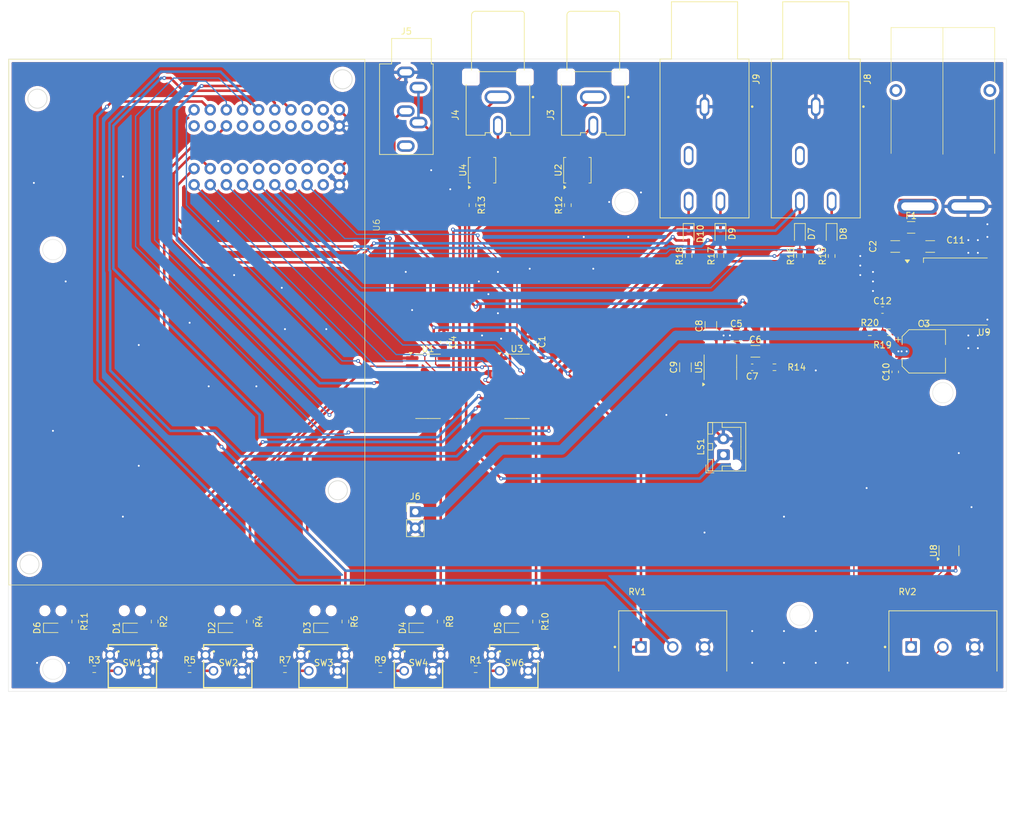
<source format=kicad_pcb>
(kicad_pcb (version 20241229) (generator "pcbnew") (generator_version "9.0")
  (layers (0 "F.Cu" signal) (2 "B.Cu" signal) (13 "F.Paste" user) (15 "B.Paste" user) (5 "F.SilkS" user "F.Silkscreen") (7 "B.SilkS" user "B.Silkscreen") (1 "F.Mask" user) (3 "B.Mask" user) (25 "Edge.Cuts" user))
  (net 0 "")
  (net 1 "GND")
  (net 2 "+3V3")
  (net 3 "VDC")
  (net 4 "+5V")
  (net 5 "Net-(C6-Pad2)")
  (net 6 "Net-(C6-Pad1)")
  (net 7 "Net-(C7-Pad1)")
  (net 8 "Net-(U5-BYPASS)")
  (net 9 "Net-(C9-Pad2)")
  (net 10 "Net-(C9-Pad1)")
  (net 11 "Net-(D1-A)")
  (net 12 "/KEY1_DRIVE")
  (net 13 "/KEY1_T_MPU")
  (net 14 "/KEY1_R_MPU")
  (net 15 "Net-(D8-K)")
  (net 16 "Net-(D9-K)")
  (net 17 "/KEY2_R_MPU")
  (net 18 "/KEY2_T_MPU")
  (net 19 "/KEY2_DRIVE")
  (net 20 "/BT2")
  (net 21 "/BT3")
  (net 22 "/BT4")
  (net 23 "/BT5")
  (net 24 "/BT1")
  (net 25 "/LED_MPU_1")
  (net 26 "/LED_MPU_2")
  (net 27 "/LED_MPU_4")
  (net 28 "/LED_MPU_3")
  (net 29 "/LED3")
  (net 30 "/LED2")
  (net 32 "/LED1")
  (net 33 "/KEY1_DRIVE_MPU")
  (net 35 "/LED4")
  (net 36 "Net-(R12-Pad2)")
  (net 37 "Net-(J3-In)")
  (net 38 "Net-(J3-Ext)")
  (net 39 "/KEY2_DRIVE_MPU")
  (net 40 "/KEY_OUT")
  (net 41 "/LED_MPU_6")
  (net 42 "/KEY_MPU")
  (net 43 "/PTT_MPU")
  (net 45 "/LED6")
  (net 46 "/LED_MPU_5")
  (net 48 "/LED5")
  (net 49 "Net-(J4-Ext)")
  (net 50 "Net-(R13-Pad1)")
  (net 51 "Net-(J4-In)")
  (net 52 "/KB2")
  (net 53 "/AUDIO")
  (net 54 "/AUDIO_BUFF")
  (net 55 "Net-(D2-A)")
  (net 56 "Net-(D3-A)")
  (net 57 "Net-(D4-A)")
  (net 58 "Net-(D5-A)")
  (net 59 "Net-(D6-A)")
  (net 60 "/PTT_OUT")
  (net 62 "/KB1")
  (net 66 "/KEY1_POL")
  (net 74 "/KEY2_POL")
  (net 85 "Net-(J5-PadRN)")
  (net 86 "Net-(U9-SS{slash}TRK)")
  (net 87 "Net-(U9-FB)")
  (net 89 "Net-(J1-Pin_1)")
  (footprint "Capacitor_SMD:C_0603_1608Metric" (layer "F.Cu") (at 155.5 94.5)
    (property "Reference" "C12")
    (property "Value" "50n")
  )
  (footprint "LED_SMD:LED_0603_1608Metric" (layer "F.Cu") (at 25 144.5)
    (property "Reference" "D6")
    (property "Value" "LED_Small")
  )
  (footprint "Resistor_SMD:R_0603_1608Metric" (layer "F.Cu") (at 147.5 86 90)
    (property "Reference" "R15")
    (property "Value" "10k")
  )
  (footprint "Resistor_SMD:R_0603_1608Metric" (layer "F.Cu") (at 46.5 151)
    (property "Reference" "R5")
    (property "Value" "10k")
  )
  (footprint "Resistor_SMD:R_0603_1608Metric" (layer "F.Cu") (at 130 86 90)
    (property "Reference" "R17")
    (property "Value" "10k")
  )
  (footprint "Keyer:4312560837X6" (layer "F.Cu") (at 67.5 150)
    (property "Reference" "SW3")
    (property "Value" "SW_Push_Shielded")
  )
  (footprint "Capacitor_SMD:CP_Elec_6.3x7.7" (layer "F.Cu") (at 162 101)
    (property "Reference" "C3")
    (property "Value" "220u")
  )
  (footprint "Package_TO_SOT_SMD:SOT-23-5" (layer "F.Cu") (at 165.95 132.3625 90)
    (property "Reference" "U8")
    (property "Value" "TLV2371DBV")
  )
  (footprint "LED_SMD:LED_0603_1608Metric" (layer "F.Cu") (at 67.5 144.5)
    (property "Reference" "D3")
    (property "Value" "LED_Small")
  )
  (footprint "Package_SO:SOP-4_3.8x4.1mm_P2.54mm" (layer "F.Cu") (at 92.5 72.5 90)
    (property "Reference" "U4")
    (property "Value" "CPC1014N")
  )
  (footprint "Capacitor_SMD:C_0603_1608Metric" (layer "F.Cu") (at 157.5 104.225 90)
    (property "Reference" "C10")
    (property "Value" "47n")
  )
  (footprint "Resistor_SMD:R_0603_1608Metric" (layer "F.Cu") (at 156.5 98 180)
    (property "Reference" "R19")
    (property "Value" "5.4k")
  )
  (footprint "Resistor_SMD:R_0603_1608Metric" (layer "F.Cu") (at 86 143.5 -90)
    (property "Reference" "R8")
    (property "Value" "1k")
  )
  (footprint "Resistor_SMD:R_0603_1608Metric" (layer "F.Cu") (at 56 143.5 -90)
    (property "Reference" "R4")
    (property "Value" "1k")
  )
  (footprint "Keyer:SimpleSBC" (layer "F.Cu") (at 76.41 80.78 90)
    (property "Reference" "U6")
    (property "Value" "~")
    (fp_circle (center -53.72 -55.1) (end -53.72 -56.6) (stroke (width 0.1)) (fill no) (layer "Edge.Cuts"))
    (fp_circle (center 19.53 -53.85) (end 19.53 -55.35) (stroke (width 0.1)) (fill no) (layer "Edge.Cuts"))
    (fp_circle (center -42.07 -6.6) (end -42.07 -8.1) (stroke (width 0.1)) (fill no) (layer "Edge.Cuts"))
    (fp_circle (center 22.582 -5.842) (end 22.582 -7.342) (stroke (width 0.1)) (fill no) (layer "Edge.Cuts"))
  )
  (footprint "Resistor_SMD:R_0603_1608Metric" (layer "F.Cu") (at 91 78 -90)
    (property "Reference" "R13")
    (property "Value" "1k")
  )
  (footprint "Keyer:POT_PTN16-A01120K1B1" (layer "F.Cu") (at 117.5 147.5)
    (property "Reference" "RV1")
    (property "Value" "R_Potentiometer_US")
  )
  (footprint "Keyer:SLP3-500-450-R" (layer "F.Cu") (at 37.5 144.5)
    (property "Reference" "LP1" (hide yes))
    (property "Value" "~")
  )
  (footprint "Keyer:POT_PTN16-A01120K1B1" (layer "F.Cu") (at 160 147.5)
    (property "Reference" "RV2")
    (property "Value" "R_Potentiometer_US")
  )
  (footprint "Keyer:CUI_RCJ-041" (layer "F.Cu") (at 95 57 90)
    (property "Reference" "J4")
    (property "Value" "Conn_Coaxial")
    (fp_line (start 0 -5.15) (end -1.7 -5.15) (stroke (width 0.01)) (layer "Edge.Cuts"))
    (fp_line (start -1.7 -5.15) (end -1.7 -3.35) (stroke (width 0.01)) (layer "Edge.Cuts"))
    (fp_line (start 0 -3.35) (end 0 -5.15) (stroke (width 0.01)) (layer "Edge.Cuts"))
    (fp_line (start -1.7 -3.35) (end 0 -3.35) (stroke (width 0.01)) (layer "Edge.Cuts"))
    (fp_line (start 0 3.35) (end -1.7 3.35) (stroke (width 0.01)) (layer "Edge.Cuts"))
    (fp_line (start -1.7 3.35) (end -1.7 5.15) (stroke (width 0.01)) (layer "Edge.Cuts"))
    (fp_line (start 0 5.15) (end 0 3.35) (stroke (width 0.01)) (layer "Edge.Cuts"))
    (fp_line (start -1.7 5.15) (end 0 5.15) (stroke (width 0.01)) (layer "Edge.Cuts"))
  )
  (footprint "Resistor_SMD:R_0603_1608Metric" (layer "F.Cu") (at 125 86 90)
    (property "Reference" "R18")
    (property "Value" "10k")
  )
  (footprint "Package_SO:SOP-16_3.9x9.9mm_P1.27mm" (layer "F.Cu") (at 84 106.5)
    (property "Reference" "U1")
    (property "Value" "74LS367")
  )
  (footprint "Keyer:SJ-63063B" (layer "F.Cu") (at 145 62.5 -90)
    (property "Reference" "J8")
    (property "Value" "AudioJack3_SwitchT")
  )
  (footprint "Diode_SMD:D_SOD-323" (layer "F.Cu") (at 125 82.5 -90)
    (property "Reference" "D10")
    (property "Value" "D_Small")
  )
  (footprint "Resistor_SMD:R_0603_1608Metric" (layer "F.Cu") (at 71 143.5 -90)
    (property "Reference" "R6")
    (property "Value" "1k")
  )
  (footprint "Capacitor_SMD:C_0603_1608Metric" (layer "F.Cu") (at 100.5 99.5 -90)
    (property "Reference" "C1")
    (property "Value" "100n")
  )
  (footprint "Resistor_SMD:R_0603_1608Metric" (layer "F.Cu") (at 31.5 151)
    (property "Reference" "R3")
    (property "Value" "10k")
  )
  (footprint "Capacitor_SMD:C_1206_3216Metric" (layer "F.Cu") (at 128.5 97 90)
    (property "Reference" "C8")
    (property "Value" "10u")
  )
  (footprint "Resistor_SMD:R_0603_1608Metric" (layer "F.Cu") (at 142.5 86 90)
    (property "Reference" "R16")
    (property "Value" "10k")
  )
  (footprint "Keyer:4312560837X6" (layer "F.Cu") (at 82.5 150)
    (property "Reference" "SW4")
    (property "Value" "SW_Push_Shielded")
  )
  (footprint "Resistor_SMD:R_0603_1608Metric" (layer "F.Cu") (at 28.5 143.5 -90)
    (property "Reference" "R11")
    (property "Value" "1k")
  )
  (footprint "LED_SMD:LED_0603_1608Metric" (layer "F.Cu") (at 82.5 144.5)
    (property "Reference" "D4")
    (property "Value" "LED_Small")
  )
  (footprint "Diode_SMD:D_SOD-323" (layer "F.Cu") (at 147.5 82.5 -90)
    (property "Reference" "D8")
    (property "Value" "D_Small")
  )
  (footprint "Keyer:CUI_RCJ-041" (layer "F.Cu") (at 110 57 90)
    (property "Reference" "J3")
    (property "Value" "Conn_Coaxial")
    (fp_line (start 0 -5.15) (end -1.7 -5.15) (stroke (width 0.01)) (layer "Edge.Cuts"))
    (fp_line (start -1.7 -5.15) (end -1.7 -3.35) (stroke (width 0.01)) (layer "Edge.Cuts"))
    (fp_line (start 0 -3.35) (end 0 -5.15) (stroke (width 0.01)) (layer "Edge.Cuts"))
    (fp_line (start -1.7 -3.35) (end 0 -3.35) (stroke (width 0.01)) (layer "Edge.Cuts"))
    (fp_line (start 0 3.35) (end -1.7 3.35) (stroke (width 0.01)) (layer "Edge.Cuts"))
    (fp_line (start -1.7 3.35) (end -1.7 5.15) (stroke (width 0.01)) (layer "Edge.Cuts"))
    (fp_line (start 0 5.15) (end 0 3.35) (stroke (width 0.01)) (layer "Edge.Cuts"))
    (fp_line (start -1.7 5.15) (end 0 5.15) (stroke (width 0.01)) (layer "Edge.Cuts"))
  )
  (footprint "Resistor_SMD:R_0603_1608Metric" (layer "F.Cu") (at 91.5 151)
    (property "Reference" "R1")
    (property "Value" "10k")
  )
  (footprint "Capacitor_SMD:C_1206_3216Metric" (layer "F.Cu") (at 132.5 98.5)
    (property "Reference" "C5")
    (property "Value" "10u")
  )
  (footprint "Connector_PinHeader_2.54mm:PinHeader_1x02_P2.54mm_Vertical" (layer "F.Cu") (at 82 126.225)
    (property "Reference" "J6")
    (property "Value" "Conn_01x02_Pin")
  )
  (footprint "Package_SO:SOIC-8_3.9x4.9mm_P1.27mm" (layer "F.Cu") (at 130 103.5 90)
    (property "Reference" "U5")
    (property "Value" "LM386")
  )
  (footprint "Package_SO:SOP-16_3.9x9.9mm_P1.27mm" (layer "F.Cu") (at 98 106.5)
    (property "Reference" "U3")
    (property "Value" "74LS367")
  )
  (footprint "Capacitor_SMD:C_0603_1608Metric" (layer "F.Cu") (at 86.5 99.5 -90)
    (property "Reference" "C4")
    (property "Value" "100n")
  )
  (footprint "Keyer:SLP3-500-450-R" (layer "F.Cu") (at 82.5 144.5)
    (property "Reference" "LP4" (hide yes))
    (property "Value" "~")
  )
  (footprint "Keyer:4312560837X6" (layer "F.Cu") (at 37.5 150)
    (property "Reference" "SW1")
    (property "Value" "SW_Push_Shielded")
  )
  (footprint "Keyer:SJ-63063B" (layer "F.Cu") (at 127.5 62.5 -90)
    (property "Reference" "J9")
    (property "Value" "AudioJack3_SwitchT")
  )
  (footprint "Fuse:Fuse_1206_3216Metric" (layer "F.Cu") (at 160 81.5)
    (property "Reference" "F1")
    (property "Value" "2")
  )
  (footprint "Keyer:SLP3-500-450-R" (layer "F.Cu") (at 67.5 144.5)
    (property "Reference" "LP3" (hide yes))
    (property "Value" "~")
  )
  (footprint "Keyer:SLP3-500-450-R" (layer "F.Cu") (at 25 144.5)
    (property "Reference" "LP6" (hide yes))
    (property "Value" "~")
  )
  (footprint "Resistor_SMD:R_0603_1608Metric" (layer "F.Cu") (at 153.5 98 180)
    (property "Reference" "R20")
    (property "Value" "1k")
  )
  (footprint "Keyer:SLP3-500-450-R" (layer "F.Cu") (at 97.5 144.5)
    (property "Reference" "LP5" (hide yes))
    (property "Value" "~")
  )
  (footprint "Package_SO:SOP-4_3.8x4.1mm_P2.54mm" (layer "F.Cu") (at 107.5 72.5 90)
    (property "Reference" "U2")
    (property "Value" "CPC1014N")
  )
  (footprint "Keyer:Powerpole_1x2" (layer "F.Cu") (at 165 78.2)
    (property "Reference" "J1" (hide yes))
    (property "Value" "Conn_01x02_Socket")
  )
  (footprint "LED_SMD:LED_0603_1608Metric" (layer "F.Cu") (at 97.5 144.5)
    (property "Reference" "D5")
    (property "Value" "LED_Small")
  )
  (footprint "Resistor_SMD:R_0603_1608Metric" (layer "F.Cu") (at 138.5 103.5)
    (property "Reference" "R14")
    (property "Value" "10")
  )
  (footprint "LED_SMD:LED_0603_1608Metric" (layer "F.Cu") (at 52.5 144.5)
    (property "Reference" "D2")
    (property "Value" "LED_Small")
  )
  (footprint "Keyer:4312560837X6" (layer "F.Cu") (at 97.5 150)
    (property "Reference" "SW6")
    (property "Value" "SW_Push_Shielded")
  )
  (footprint "Capacitor_SMD:C_1206_3216Metric" (layer "F.Cu") (at 157.5 84.5)
    (property "Reference" "C2")
    (property "Value" "10u")
  )
  (footprint "Connector_JST:JST_XH_B2B-XH-AM_1x02_P2.50mm_Vertical" (layer "F.Cu") (at 130.475 117.25 90)
    (property "Reference" "LS1")
    (property "Value" "Speaker")
  )
  (footprint "Resistor_SMD:R_0603_1608Metric" (layer "F.Cu") (at 76.5 151)
    (property "Reference" "R9")
    (property "Value" "10k")
  )
  (footprint "Package_TO_SOT_SMD:Texas_NDW-7_TabPin4" (layer "F.Cu") (at 167.065 91.5875)
    (property "Reference" "U9")
    (property "Value" "LMZ23605TZ")
  )
  (footprint "Resistor_SMD:R_0603_1608Metric" (layer "F.Cu") (at 106 78 90)
    (property "Reference" "R12")
    (property "Value" "1k")
  )
  (footprint "Resistor_SMD:R_0603_1608Metric" (layer "F.Cu") (at 41 143.5 -90)
    (property "Reference" "R2")
    (property "Value" "1k")
  )
  (footprint "Capacitor_SMD:C_0603_1608Metric" (layer "F.Cu") (at 135 103.5 180)
    (property "Reference" "C7")
    (property "Value" "50n")
  )
  (footprint "Capacitor_SMD:C_1206_3216Metric" (layer "F.Cu") (at 163 84.5 180)
    (property "Reference" "C11")
    (property "Value" "10u")
  )
  (footprint "Capacitor_SMD:C_1206_3216Metric" (layer "F.Cu") (at 124.5 103.5 90)
    (property "Reference" "C9")
    (property "Value" "10u")
  )
  (footprint "Diode_SMD:D_SOD-323" (layer "F.Cu") (at 130 82.5 -90)
    (property "Reference" "D9")
    (property "Value" "D_Small")
  )
  (footprint "Capacitor_SMD:C_1206_3216Metric" (layer "F.Cu") (at 135.5 101)
    (property "Reference" "C6")
    (property "Value" "10u")
  )
  (footprint "Keyer:SLP3-500-450-R" (layer "F.Cu") (at 52.5 144.5)
    (property "Reference" "LP2" (hide yes))
    (property "Value" "~")
  )
  (footprint "LED_SMD:LED_0603_1608Metric" (layer "F.Cu") (at 37.5 144.5)
    (property "Reference" "D1")
    (property "Value" "LED_Small")
  )
  (footprint "Resistor_SMD:R_0603_1608Metric" (layer "F.Cu") (at 61.5 151)
    (property "Reference" "R7")
    (property "Value" "10k")
  )
  (footprint "Diode_SMD:D_SOD-323" (layer "F.Cu") (at 142.5 82.5 -90)
    (property "Reference" "D7")
    (property "Value" "D_Small")
  )
  (footprint "Keyer:4312560837X6" (layer "F.Cu") (at 52.5 150)
    (property "Reference" "SW2")
    (property "Value" "SW_Push_Shielded")
  )
  (footprint "Keyer:Jack_3.5mm_CUI_SJ1-3535NG_Horizontal" (layer "F.Cu") (at 80.5 57.1)
    (property "Reference" "J5")
    (property "Value" "AudioJack3_SwitchTR")
  )
  (footprint "Resistor_SMD:R_0603_1608Metric" (layer "F.Cu") (at 101 143.5 -90)
    (property "Reference" "R10")
    (property "Value" "1k")
  )
  (gr_circle (center 142.5 142.5) (end 144.1 142.5) (stroke (width 0.05)) (fill no) (layer "Edge.Cuts"))
  (gr_line (start 175 55) (end 18 55) (stroke (width 0.05)) (layer "Edge.Cuts"))
  (gr_line (start 18 154.5) (end 175 154.5) (stroke (width 0.05)) (layer "Edge.Cuts"))
  (gr_line (start 18 154.5) (end 18 55) (stroke (width 0.05)) (layer "Edge.Cuts"))
  (gr_circle (center 165 107.5) (end 166.6 107.5) (stroke (width 0.05)) (fill no) (layer "Edge.Cuts"))
  (gr_circle (center 115 77.5) (end 116.6 77.5) (stroke (width 0.05)) (fill no) (layer "Edge.Cuts"))
  (gr_circle (center 25 151) (end 26.6 151) (stroke (width 0.05)) (fill no) (layer "Edge.Cuts"))
  (gr_line (start 175 154.5) (end 175 55) (stroke (width 0.05)) (layer "Edge.Cuts"))
  (gr_circle (center 25 85) (end 26.6 85) (stroke (width 0.05)) (fill no) (layer "Edge.Cuts"))
  (segment (start 106.52 73) (end 108.77 75.25) (width 0.4) (layer "F.Cu") (net 1))
  (segment (start 129.365 113.64) (end 130.475 114.75) (width 0.4) (layer "F.Cu") (net 1))
  (segment (start 75.5 62.1) (end 80.5 57.1) (width 0.4) (layer "F.Cu") (net 1))
  (segment (start 129.365 105.975) (end 129.365 104.635) (width 0.4) (layer "F.Cu") (net 1))
  (segment (start 112.25 75.25) (end 125 62.5) (width 0.4) (layer "F.Cu") (net 1))
  (segment (start 86.5 98.725) (end 86.5 84.5) (width 0.4) (layer "F.Cu") (net 1))
  (segment (start 130 104) (end 131.5 104) (width 0.4) (layer "F.Cu") (net 1))
  (segment (start 131.5 104) (end 131.905 104.405) (width 0.4) (layer "F.Cu") (net 1))
  (segment (start 127.5 62.5) (end 145 62.5) (width 0.4) (layer "F.Cu") (net 1))
  (segment (start 125 62.5) (end 127.5 62.5) (width 0.4) (layer "F.Cu") (net 1))
  (segment (start 93.77 75.25) (end 96.02 73) (width 0.4) (layer "F.Cu") (net 1))
  (segment (start 131.905 104.405) (end 131.905 105.975) (width 0.4) (layer "F.Cu") (net 1))
  (segment (start 108.77 75.25) (end 112.25 75.25) (width 0.4) (layer "F.Cu") (net 1))
  (segment (start 165.95 143.45) (end 170 147.5) (width 0.2) (layer "F.Cu") (net 1))
  (segment (start 75.5 73.5) (end 75.5 62.1) (width 0.4) (layer "F.Cu") (net 1))
  (segment (start 129.365 105.975) (end 129.365 113.64) (width 0.4) (layer "F.Cu") (net 1))
  (segment (start 86.5 84.5) (end 75.5 73.5) (width 0.4) (layer "F.Cu") (net 1))
  (segment (start 129.365 104.635) (end 130 104) (width 0.4) (layer "F.Cu") (net 1))
  (segment (start 96.02 73) (end 106.52 73) (width 0.4) (layer "F.Cu") (net 1))
  (segment (start 165.95 133.5) (end 165.95 143.45) (width 0.2) (layer "F.Cu") (net 1))
  (via (at 95 88.5) (size 0.6) (drill 0.3) (layers "F.Cu" "B.Cu") (net 1))
  (via (at 167.5 117) (size 0.6) (drill 0.3) (layers "F.Cu" "B.Cu") (net 1))
  (via (at 170.5 98.5) (size 0.6) (drill 0.3) (layers "F.Cu" "B.Cu") (net 1))
  (via (at 22 74.5) (size 0.6) (drill 0.3) (layers "F.Cu" "B.Cu") (net 1))
  (via (at 170.5 85.5) (size 0.6) (drill 0.3) (layers "F.Cu" "B.Cu") (net 1))
  (via (at 169.5 125.5) (size 0.6) (drill 0.3) (layers "F.Cu" "B.Cu") (net 1))
  (via (at 95 95) (size 0.6) (drill 0.3) (layers "F.Cu" "B.Cu") (net 1))
  (via (at 172 81) (size 0.6) (drill 0.3) (layers "F.Cu" "B.Cu") (net 1))
  (via (at 100 88) (size 0.6) (drill 0.3) (layers "F.Cu" "B.Cu") (net 1))
  (via (at 108.5 83) (size 0.6) (drill 0.3) (layers "F.Cu" "B.Cu") (net 1))
  (via (at 172 83) (size 0.6) (drill 0.3) (layers "F.Cu" "B.Cu") (net 1))
  (via (at 49.5 106.5) (size 0.6) (drill 0.3) (layers "F.Cu" "B.Cu") (net 1))
  (via (at 36 127) (size 0.6) (drill 0.3) (layers "F.Cu" "B.Cu") (net 1))
  (via (at 154 90) (size 0.6) (drill 0.3) (layers "F.Cu" "B.Cu") (net 1))
  (via (at 169 83.5) (size 0.6) (drill 0.3) (layers "F.Cu" "B.Cu") (net 1))
  (via (at 25 113.5) (size 0.6) (drill 0.3) (layers "F.Cu" "B.Cu") (net 1))
  (via (at 61 91) (size 0.6) (drill 0.3) (layers "F.Cu" "B.Cu") (net 1))
  (via (at 153 122.5) (size 0.6) (drill 0.3) (layers "F.Cu" "B.Cu") (net 1))
  (via (at 140 145) (size 0.6) (drill 0.3) (layers "F.Cu" "B.Cu") (net 1))
  (via (at 22.5 150) (size 0.6) (drill 0.3) (layers "F.Cu" "B.Cu") (net 1))
  (via (at 46.5 96.5) (size 0.6) (drill 0.3) (layers "F.Cu" "B.Cu") (net 1))
  (via (at 117.5 76) (size 0.6) (drill 0.3) (layers "F.Cu" "B.Cu") (net 1))
  (via (at 135 150) (size 0.6) (drill 0.3) (layers "F.Cu" "B.Cu") (net 1))
  (via (at 81.5 94.5) (size 0.6) (drill 0.3) (layers "F.Cu" "B.Cu") (net 1))
  (via (at 152 86) (size 0.6) (drill 0.3) (layers "F.Cu" "B.Cu") (net 1))
  (via (at 92 90) (size 0.6) (drill 0.3) (layers "F.Cu" "B.Cu") (net 1))
  (via (at 95.5 99) (size 0.6) (drill 0.3) (layers "F.Cu" "B.Cu") (net 1))
  (via (at 87.5 75.5) (size 0.6) (drill 0.3) (layers "F.Cu" "B.Cu") (net 1))
  (via (at 169 100.5) (size 0.6) (drill 0.3) (layers "F.Cu" "B.Cu") (net 1))
  (via (at 38.5 100) (size 0.6) (drill 0.3) (layers "F.Cu" "B.Cu") (net 1))
  (via (at 145 145) (size 0.6) (drill 0.3) (layers "F.Cu" "B.Cu") (net 1))
  (via (at 115.5 83) (size 0.6) (drill 0.3) (layers "F.Cu" "B.Cu") (net 1))
  (via (at 93.5 92) (size 0.6) (drill 0.3) (layers "F.Cu" "B.Cu") (net 1))
  (via (at 51 80.5) (size 0.6) (drill 0.3) (layers "F.Cu" "B.Cu") (net 1))
  (via (at 112.5 77.5) (size 0.6) (drill 0.3) (layers "F.Cu" "B.Cu") (net 1))
  (via (at 27.5 150) (size 0.6) (drill 0.3) (layers "F.Cu" "B.Cu") (net 1))
  (via (at 36 73.5) (size 0.6) (drill 0.3) (layers "F.Cu" "B.Cu") (net 1))
  (via (at 170.5 83.5) (size 0.6) (drill 0.3) (layers "F.Cu" "B.Cu") (net 1))
  (via (at 172 98) (size 0.6) (drill 0.3) (layers "F.Cu" "B.Cu") (net 1))
  (via (at 135 145) (size 0.6) (drill 0.3) (layers "F.Cu" "B.Cu") (net 1))
  (via (at 84.5 72.5) (size 0.6) (drill 0.3) (layers "F.Cu" "B.Cu") (net 1))
  (via (at 140 127) (size 0.6) (drill 0.3) (layers "F.Cu" "B.Cu") (net 1))
  (via (at 154 91.5) (size 0.6) (drill 0.3) (layers "F.Cu" "B.Cu") (net 1))
  (via (at 57 106.5) (size 0.6) (drill 0.3) (layers "F.Cu" "B.Cu") (net 1))
  (via (at 140 150) (size 0.6) (drill 0.3) (layers "F.Cu" "B.Cu") (net 1))
  (via (at 169 98.5) (size 0.6) (drill 0.3) (layers "F.Cu" "B.Cu") (net 1))
  (via (at 169 85.5) (size 0.6) (drill 0.3) (layers "F.Cu" "B.Cu") (net 1))
  (via (at 152 87.5) (size 0.6) (drill 0.3) (layers "F.Cu" "B.Cu") (net 1))
  (via (at 145 104) (size 0.6) (drill 0.3) (layers "F.Cu" "B.Cu") (net 1))
  (via (at 92.5 98.5) (size 0.6) (drill 0.3) (layers "F.Cu" "B.Cu") (net 1))
  (via (at 154 88.5) (size 0.6) (drill 0.3) (layers "F.Cu" "B.Cu") (net 1))
  (via (at 110 88) (size 0.6) (drill 0.3) (layers "F.Cu" "B.Cu") (net 1))
  (via (at 27 90) (size 0.6) (drill 0.3) (layers "F.Cu" "B.Cu") (net 1))
  (via (at 121.5 111) (size 0.6) (drill 0.3) (layers "F.Cu" "B.Cu") (net 1))
  (via (at 127.5 129.5) (size 0.6) (drill 0.3) (layers "F.Cu" "B.Cu") (net 1))
  (via (at 38.5 119) (size 0.6) (drill 0.3) (layers "F.Cu" "B.Cu") (net 1))
  (via (at 145 150) (size 0.6) (drill 0.3) (layers "F.Cu" "B.Cu") (net 1))
  (via (at 150 150) (size 0.6) (drill 0.3) (layers "F.Cu" "B.Cu") (net 1))
  (via (at 170.5 100.5) (size 0.6) (drill 0.3) (layers "F.Cu" "B.Cu") (net 1))
  (via (at 68 97.5) (size 0.6) (drill 0.3) (layers "F.Cu" "B.Cu") (net 1))
  (via (at 53.5 89) (size 0.6) (drill 0.3) (layers "F.Cu" "B.Cu") (net 1))
  (via (at 80.5 88.5) (size 0.6) (drill 0.3) (layers "F.Cu" "B.Cu") (net 1))
  (via (at 172 96) (size 0.6) (drill 0.3) (layers "F.Cu" "B.Cu") (net 1))
  (via (at 152 89) (size 0.6) (drill 0.3) (layers "F.Cu" "B.Cu") (net 1))
  (via (at 61.5 97.5) (size 0.6) (drill 0.3) (layers "F.Cu" "B.Cu") (net 1))
  (segment (start 72.06 65.54) (end 80.5 57.1) (width 0.2) (layer "B.Cu") (net 1))
  (segment (start 70.06 65.54) (end 72.06 65.54) (width 0.2) (layer "B.Cu") (net 1))
  (segment (start 62.5 153) (end 62.5875 152.9125) (width 0.4) (layer "F.Cu") (net 2))
  (segment (start 102.5 102) (end 100.555 102) (width 0.4) (layer "F.Cu") (net 2))
  (segment (start 47.5875 152.9125) (end 47.675 153) (width 0.4) (layer "F.Cu") (net 2))
  (segment (start 60.675 151) (end 62.5875 152.9125) (width 0.4) (layer "F.Cu") (net 2))
  (segment (start 32.5875 152.9125) (end 47.5875 152.9125) (width 0.4) (layer "F.Cu") (net 2))
  (segment (start 62.5875 152.9125) (end 62.675 153) (width 0.4) (layer "F.Cu") (net 2))
  (segment (start 75.675 151) (end 77.675 153) (width 0.4) (layer "F.Cu") (net 2))
  (segment (start 30.675 151) (end 32.5875 152.9125) (width 0.4) (layer "F.Cu") (net 2))
  (segment (start 117.5 116) (end 106 104.5) (width 0.4) (layer "F.Cu") (net 2))
  (segment (start 105.5 147.5) (end 117.5 147.5) (width 0.4) (layer "F.Cu") (net 2))
  (segment (start 45.675 151) (end 47.5875 152.9125) (width 0.4) (layer "F.Cu") (net 2))
  (segment (start 123.675 86.825) (end 106 104.5) (width 0.4) (layer "F.Cu") (net 2))
  (segment (start 86.5 100.275) (end 86.5 102.055) (width 0.4) (layer "F.Cu") (net 2))
  (segment (start 100.555 102) (end 100.5 102.055) (width 0.4) (layer "F.Cu") (net 2))
  (segment (start 70.06 72.25) (end 72 70.31) (width 0.4) (layer "F.Cu") (net 2))
  (segment (start 90.675 151) (end 92.675 153) (width 0.4) (layer "F.Cu") (net 2))
  (segment (start 62.675 153) (end 77.675 153) (width 0.4) (layer "F.Cu") (net 2))
  (segment (start 47.675 153) (end 62.5 153) (width 0.4) (layer "F.Cu") (net 2))
  (segment (start 125 86.825) (end 123.675 86.825) (width 0.4) (layer "F.Cu") (net 2))
  (segment (start 84.9 99.15) (end 84.9 97.248528) (width 0.4) (layer "F.Cu") (net 2))
  (segment (start 84.4 86.59) (end 84.4 96.748528) (width 0.4) (layer "F.Cu") (net 2))
  (segment (start 70.06 72.25) (end 84.4 86.59) (width 0.4) (layer "F.Cu") (net 2))
  (segment (start 92.675 153) (end 100 153) (width 0.4) (layer "F.Cu") (net 2))
  (segment (start 77.675 153) (end 92.675 153) (width 0.4) (layer "F.Cu") (net 2))
  (segment (start 147.5 86.825) (end 125 86.825) (width 0.4) (layer "F.Cu") (net 2))
  (segment (start 86.5 100.275) (end 86.025 100.275) (width 0.4) (layer "F.Cu") (net 2))
  (segment (start 100 153) (end 105.5 147.5) (width 0.4) (layer "F.Cu") (net 2))
  (segment (start 117.5 147.5) (end 117.5 116) (width 0.4) (layer "F.Cu") (net 2))
  (segment (start 100.5 102.055) (end 100.5 100.275) (width 0.2) (layer "F.Cu") (net 2))
  (segment (start 86.025 100.275) (end 84.9 99.15) (width 0.4) (layer "F.Cu") (net 2))
  (segment (start 72 70.31) (end 72 64.94) (width 0.4) (layer "F.Cu") (net 2))
  (segment (start 72 64.94) (end 70.06 63) (width 0.4) (layer "F.Cu") (net 2))
  (segment (start 84.4 96.748528) (end 84.9 97.248528) (width 0.4) (layer "F.Cu") (net 2))
  (via (at 102.5 102) (size 0.6) (drill 0.3) (layers "F.Cu" "B.Cu") (net 2))
  (via (at 106 104.5) (size 0.6) (drill 0.3) (layers "F.Cu" "B.Cu") (net 2))
  (via (at 84.9 97.248528) (size 0.6) (drill 0.3) (layers "F.Cu" "B.Cu") (net 2))
  (segment (start 84.9 97.248528) (end 97.748528 97.248528) (width 0.4) (layer "B.Cu") (net 2))
  (segment (start 106 104.5) (end 103.5 102) (width 0.4) (layer "B.Cu") (net 2))
  (segment (start 103.5 102) (end 102.5 102) (width 0.4) (layer "B.Cu") (net 2))
  (segment (start 97.748528 97.248528) (end 102.5 102) (width 0.4) (layer "B.Cu") (net 2))
  (segment (start 158 101) (end 159.3 101) (width 0.4) (layer "F.Cu") (net 4))
  (segment (start 131.025 98.5) (end 130.5 98.5) (width 0.4) (layer "F.Cu") (net 4))
  (segment (start 130.635 98.89) (end 131.025 98.5) (width 0.4) (layer "F.Cu") (net 4))
  (segment (start 165 123) (end 155.5 113.5) (width 0.4) (layer "F.Cu") (net 4))
  (segment (start 165 131.225) (end 165 123) (width 0.4) (layer "F.Cu") (net 4))
  (segment (start 155.5 105.45) (end 157.5 103.45) (width 0.4) (layer "F.Cu") (net 4))
  (segment (start 155.5 113.5) (end 155.5 102.95) (width 0.4) (layer "F.Cu") (net 4))
  (segment (start 157.5 103.45) (end 157.5 102.8) (width 0.4) (layer "F.Cu") (net 4))
  (segment (start 131.025 98.5) (end 131.5 98.5) (width 0.4) (layer "F.Cu") (net 4))
  (segment (start 130.635 101.025) (end 130.635 98.89) (width 0.4) (layer "F.Cu") (net 4))
  (segment (start 157.5 102.8) (end 159.3 101) (width 0.4) (layer "F.Cu") (net 4))
  (via (at 131.5 98.5) (size 0.6) (drill 0.3) (layers "F.Cu" "B.Cu") (net 4))
  (via (at 159.3 101) (size 0.6) (drill 0.3) (layers "F.Cu" "B.Cu") (net 4))
  (via (at 158 101) (size 0.6) (drill 0.3) (layers "F.Cu" "B.Cu") (net 4))
  (via (at 158.5 101) (size 0.6) (drill 0.3) (layers "F.Cu" "B.Cu") (net 4))
  (via (at 130.5 98.5) (size 0.6) (drill 0.3) (layers "F.Cu" "B.Cu") (net 4))
  (segment (start 130.5 98.5) (end 123 98.5) (width 1.5) (layer "B.Cu") (net 4))
  (segment (start 105 116.5) (end 95.5 116.5) (width 1.5) (layer "B.Cu") (net 4))
  (segment (start 123 98.5) (end 105 116.5) (width 1.5) (layer "B.Cu") (net 4))
  (segment (start 157 101) (end 158 101) (width 0.4) (layer "B.Cu") (net 4))
  (segment (start 159 101) (end 158.5 101) (width 1.5) (layer "B.Cu") (net 4))
  (segment (start 131.5 98.5) (end 130.5 98.5) (width 1.5) (layer "B.Cu") (net 4))
  (segment (start 95.5 116.5) (end 85.775 126.225) (width 1.5) (layer "B.Cu") (net 4))
  (segment (start 155.5 98.5) (end 131.5 98.5) (width 1.5) (layer "B.Cu") (net 4))
  (segment (start 158.5 101) (end 158 101) (width 1.5) (layer "B.Cu") (net 4))
  (segment (start 158 101) (end 155.5 98.5) (width 1.5) (layer "B.Cu") (net 4))
  (segment (start 85.775 126.225) (end 82 126.225) (width 1.5) (layer "B.Cu") (net 4))
  (segment (start 82.5 65) (end 83 65) (width 0.4) (layer "F.Cu") (net 5))
  (segment (start 83 65) (end 89.85 71.85) (width 0.4) (layer "F.Cu") (net 5))
  (segment (start 89.85 71.85) (end 89.85 92.35) (width 0.4) (layer "F.Cu") (net 5))
  (segment (start 89.85 92.35) (end 91.5 94) (width 0.4) (layer "F.Cu") (net 5))
  (segment (start 136.975 101) (end 136.975 96.475) (width 0.4) (layer "F.Cu") (net 5))
  (segment (start 136.975 96.475) (end 133.5 93) (width 0.4) (layer "F.Cu") (net 5))
  (via (at 133.5 93) (size 0.6) (drill 0.3) (layers "F.Cu" "B.Cu") (net 5))
  (via (at 91.5 94) (size 0.6) (drill 0.3) (layers "F.Cu" "B.Cu") (net 5))
  (segment (start 82.5 59.5) (end 82.5 65) (width 0.4) (layer "B.Cu") (net 5))
  (segment (start 92 93.5) (end 91.5 94) (width 0.4) (layer "B.Cu") (net 5))
  (segment (start 133 93.5) (end 92 93.5) (width 0.4) (layer "B.Cu") (net 5))
  (segment (start 133.5 93) (end 133 93.5) (width 0.4) (layer "B.Cu") (net 5))
  (segment (start 134.025 101) (end 134.025 103.3) (width 0.4) (layer "F.Cu") (net 6))
  (segment (start 134 101.025) (end 134.025 101) (width 0.4) (layer "F.Cu") (net 6))
  (segment (start 134.025 103.3) (end 134.225 103.5) (width 0.4) (layer "F.Cu") (net 6))
  (segment (start 131.905 101.025) (end 134 101.025) (width 0.4) (layer "F.Cu") (net 6))
  (segment (start 135.775 103.5) (end 137.675 103.5) (width 0.4) (layer "F.Cu") (net 7))
  (segment (start 129.365 101.025) (end 129.365 99.34) (width 0.4) (layer "F.Cu") (net 8))
  (segment (start 129.365 99.34) (end 128.5 98.475) (width 0.4) (layer "F.Cu") (net 8))
  (segment (start 127.095 102.025) (end 124.5 102.025) (width 0.4) (layer "F.Cu") (net 9))
  (segment (start 128.095 101.025) (end 127.095 102.025) (width 0.4) (layer "F.Cu") (net 9))
  (segment (start 128.095 105.975) (end 127.095 104.975) (width 0.4) (layer "F.Cu") (net 10))
  (segment (start 127.095 104.975) (end 124.5 104.975) (width 0.4) (layer "F.Cu") (net 10))
  (segment (start 38.2875 144.5) (end 40.825 144.5) (width 0.4) (layer "F.Cu") (net 11))
  (segment (start 40.825 144.5) (end 41 144.325) (width 0.4) (layer "F.Cu") (net 11))
  (segment (start 88 105.364999) (end 88 81.908068) (width 0.4) (layer "F.Cu") (net 12))
  (segment (start 88 81.908068) (end 87.923695 81.831763) (width 0.4) (layer "F.Cu") (net 12))
  (segment (start 87.499999 105.865) (end 88 105.364999) (width 0.4) (layer "F.Cu") (net 12))
  (segment (start 142.5 77.4) (end 142.5 81.45) (width 0.4) (layer "F.Cu") (net 12))
  (segment (start 86.5 105.865) (end 87.499999 105.865) (width 0.4) (layer "F.Cu") (net 12))
  (via (at 87.923695 81.831763) (size 0.6) (drill 0.3) (layers "F.Cu" "B.Cu") (net 12))
  (segment (start 142.5 78.154) (end 138.654 82) (width 0.4) (layer "B.Cu") (net 12))
  (segment (start 88.091932 82) (end 87.923695 81.831763) (width 0.4) (layer "B.Cu") (net 12))
  (segment (start 138.654 82) (end 88.091932 82) (width 0.4) (layer "B.Cu") (net 12))
  (segment (start 142.5 77.4) (end 142.5 78.154) (width 0.4) (layer "B.Cu") (net 12))
  (segment (start 138.5 86) (end 139 86) (width 0.2) (layer "F.Cu") (net 13))
  (segment (start 139.825 85.175) (end 142.5 85.175) (width 0.2) (layer "F.Cu") (net 13))
  (segment (start 142.5 83.55) (end 142.5 85.175) (width 0.2) (layer "F.Cu") (net 13))
  (segment (start 139 86) (end 139.825 85.175) (width 0.2) (layer "F.Cu") (net 13))
  (via (at 138.5 86) (size 0.6) (drill 0.3) (layers "F.Cu" "B.Cu") (net 13))
  (segment (start 128.5 91) (end 133.5 86) (width 0.2) (layer "B.Cu") (net 13))
  (segment (start 73.57 91) (end 128.5 91) (width 0.2) (layer "B.Cu") (net 13))
  (segment (start 57.36 74.79) (end 73.57 91) (width 0.2) (layer "B.Cu") (net 13))
  (segment (start 133.5 86) (end 138.5 86) (width 0.2) (layer "B.Cu") (net 13))
  (segment (start 145.5 85) (end 147.325 85) (width 0.2) (layer "F.Cu") (net 14))
  (segment (start 147.5 83.55) (end 147.5 85.175) (width 0.4) (layer "F.Cu") (net 14))
  (segment (start 147.325 85) (end 147.5 85.175) (width 0.2) (layer "F.Cu") (net 14))
  (via (at 145.5 85) (size 0.6) (drill 0.3) (layers "F.Cu" "B.Cu") (net 14))
  (segment (start 75.044365 85.6) (end 121.455635 85.6) (width 0.2) (layer "B.Cu") (net 14))
  (segment (start 70.26 85.15) (end 72.769239 85.15) (width 0.2) (layer "B.Cu") (net 14))
  (segment (start 121.455635 85.6) (end 122.055634 85) (width 0.2) (layer "B.Cu") (net 14))
  (segment (start 72.919239 85) (end 74.444365 85) (width 0.2) (layer "B.Cu") (net 14))
  (segment (start 122.055634 85) (end 145.5 85) (width 0.2) (layer "B.Cu") (net 14))
  (segment (start 72.769239 85.15) (end 72.919239 85) (width 0.2) (layer "B.Cu") (net 14))
  (segment (start 74.444365 85) (end 75.044365 85.6) (width 0.2) (layer "B.Cu") (net 14))
  (segment (start 59.9 74.79) (end 70.26 85.15) (width 0.2) (layer "B.Cu") (net 14))
  (segment (start 147.5 77.4) (end 147.5 81.45) (width 0.4) (layer "F.Cu") (net 15))
  (segment (start 130 77.4) (end 130 81.45) (width 0.4) (layer "F.Cu") (net 16))
  (segment (start 44.6 74.85) (end 47.2 72.25) (width 0.4) (layer "F.Cu") (net 17))
  (segment (start 44.6 80.1) (end 44.6 74.85) (width 0.4) (layer "F.Cu") (net 17))
  (segment (start 128.05 83.55) (end 128 83.5) (width 0.4) (layer "F.Cu") (net 17))
  (segment (start 130 83.55) (end 130 85.175) (width 0.4) (layer "F.Cu") (net 17))
  (segment (start 49 84.5) (end 44.6 80.1) (width 0.4) (layer "F.Cu") (net 17))
  (segment (start 72.5 84.5) (end 49 84.5) (width 0.4) (layer "F.Cu") (net 17))
  (segment (start 130 83.55) (end 128.05 83.55) (width 0.4) (layer "F.Cu") (net 17))
  (via (at 128 83.5) (size 0.6) (drill 0.3) (layers "F.Cu" "B.Cu") (net 17))
  (via (at 72.5 84.5) (size 0.6) (drill 0.3) (layers "F.Cu" "B.Cu") (net 17))
  (segment (start 74.651472 84.5) (end 72.5 84.5) (width 0.4) (layer "B.Cu") (net 17))
  (segment (start 128 83.5) (end 127 84.5) (width 0.4) (layer "B.Cu") (net 17))
  (segment (start 74.901472 84.75) (end 74.651472 84.5) (width 0.4) (layer "B.Cu") (net 17))
  (segment (start 127 84.5) (end 121.848528 84.5) (width 0.4) (layer "B.Cu") (net 17))
  (segment (start 121.848528 84.5) (end 121.598528 84.75) (width 0.4) (layer "B.Cu") (net 17))
  (segment (start 121.598528 84.75) (end 74.901472 84.75) (width 0.4) (layer "B.Cu") (net 17))
  (segment (start 47.995 70.505) (end 49.74 72.25) (width 0.4) (layer "F.Cu") (net 18))
  (segment (start 75.5 84) (end 72 87.5) (width 0.4) (layer "F.Cu") (net 18))
  (segment (start 46.5 70.5) (end 46.505 70.505) (width 0.4) (layer "F.Cu") (net 18))
  (segment (start 48.5 87) (end 44 82.5) (width 0.4) (layer "F.Cu") (net 18))
  (segment (start 71.5 87.5) (end 71 87) (width 0.4) (layer "F.Cu") (net 18))
  (segment (start 125 83.55) (end 123.05 83.55) (width 0.4) (layer "F.Cu") (net 18))
  (segment (start 44 73) (end 46.5 70.5) (width 0.4) (layer "F.Cu") (net 18))
  (segment (start 46.505 70.505) (end 47.995 70.505) (width 0.4) (layer "F.Cu") (net 18))
  (segment (start 123.05 83.55) (end 122.5 83) (width 0.4) (layer "F.Cu") (net 18))
  (segment (start 44 82.5) (end 44 73) (width 0.4) (layer "F.Cu") (net 18))
  (segment (start 125 83.55) (end 125 85.175) (width 0.4) (layer "F.Cu") (net 18))
  (segment (start 72 87.5) (end 71.5 87.5) (width 0.4) (layer "F.Cu") (net 18))
  (segment (start 71 87) (end 48.5 87) (width 0.4) (layer "F.Cu") (net 18))
  (via (at 75.5 84) (size 0.6) (drill 0.3) (layers "F.Cu" "B.Cu") (net 18))
  (via (at 122.5 83) (size 0.6) (drill 0.3) (layers "F.Cu" "B.Cu") (net 18))
  (segment (start 121.5 84) (end 75.5 84) (width 0.4) (layer "B.Cu") (net 18))
  (segment (start 122.5 83) (end 121.5 84) (width 0.4) (layer "B.Cu") (net 18))
  (segment (start 117.5 87) (end 123.05 81.45) (width 0.4) (layer "F.Cu") (net 19))
  (segment (start 125 77.4) (end 125 81.45) (width 0.4) (layer "F.Cu") (net 19))
  (segment (start 101.499999 105.865) (end 117.5 89.864999) (width 0.4) (layer "F.Cu") (net 19))
  (segment (start 100.5 105.865) (end 101.499999 105.865) (width 0.4) (layer "F.Cu") (net 19))
  (segment (start 123.05 81.45) (end 125 81.45) (width 0.4) (layer "F.Cu") (net 19))
  (segment (start 117.5 89.864999) (end 117.5 87) (width 0.4) (layer "F.Cu") (net 19))
  (segment (start 35.25 151.25) (end 32.575 151.25) (width 0.4) (layer "F.Cu") (net 20))
  (segment (start 32.575 151.25) (end 32.325 151) (width 0.4) (layer "F.Cu") (net 20))
  (segment (start 50.25 151.25) (end 47.575 151.25) (width 0.4) (layer "F.Cu") (net 21))
  (segment (start 47.575 151.25) (end 47.325 151) (width 0.4) (layer "F.Cu") (net 21))
  (segment (start 65.25 151.25) (end 62.575 151.25) (width 0.4) (layer "F.Cu") (net 22))
  (segment (start 62.575 151.25) (end 62.325 151) (width 0.4) (layer "F.Cu") (net 22))
  (segment (start 77.575 151.25) (end 77.325 151) (width 0.4) (layer "F.Cu") (net 23))
  (segment (start 80.25 151.25) (end 77.575 151.25) (width 0.4) (layer "F.Cu") (net 23))
  (segment (start 95.25 151.25) (end 92.575 151.25) (width 0.4) (layer "F.Cu") (net 24))
  (segment (start 92.575 151.25) (end 92.325 151) (width 0.4) (layer "F.Cu") (net 24))
  (segment (start 73 102.5) (end 73.825 103.325) (width 0.2) (layer "F.Cu") (net 25))
  (segment (start 73.825 103.325) (end 81.5 103.325) (width 0.2) (layer "F.Cu") (net 25))
  (via (at 73 102.5) (size 0.6) (drill 0.3) (layers "F.Cu" "B.Cu") (net 25))
  (segment (start 47.2 63) (end 46 64.2) (width 0.2) (layer "B.Cu") (net 25))
  (segment (start 70.5 102.5) (end 73 102.5) (width 0.2) (layer "B.Cu") (net 25))
  (segment (start 46 64.2) (end 46 78) (width 0.2) (layer "B.Cu") (net 25))
  (segment (start 46 78) (end 70.5 102.5) (width 0.2) (layer "B.Cu") (net 25))
  (segment (start 62.44 63) (end 58.69 59.25) (width 0.4) (layer "F.Cu") (net 26))
  (segment (start 58.69 59.25) (end 48.389043 59.25) (width 0.4) (layer "F.Cu") (net 26))
  (segment (start 75.635 105.865) (end 75.5 106) (width 0.4) (layer "F.Cu") (net 26))
  (segment (start 81.5 105.865) (end 75.635 105.865) (width 0.4) (layer "F.Cu") (net 26))
  (via (at 75.5 106) (size 0.6) (drill 0.3) (layers "F.Cu" "B.Cu") (net 26))
  (via (at 48.389043 59.25) (size 0.6) (drill 0.3) (layers "F.Cu" "B.Cu") (net 26))
  (segment (start 67 106) (end 44.5 83.5) (width 0.4) (layer "B.Cu") (net 26))
  (segment (start 44.5 63) (end 48.25 59.25) (width 0.4) (layer "B.Cu") (net 26))
  (segment (start 44.5 83.5) (end 44.5 63) (width 0.4) (layer "B.Cu") (net 26))
  (segment (start 75.5 106) (end 67 106) (width 0.4) (layer "B.Cu") (net 26))
  (segment (start 48.25 59.25) (end 48.389043 59.25) (width 0.4) (layer "B.Cu") (net 26))
  (segment (start 86.5 109.675) (end 85.500001 109.675) (width 0.2) (layer "F.Cu") (net 27))
  (segment (start 83.5 111.675001) (end 83.5 112.5) (width 0.2) (layer "F.Cu") (net 27))
  (segment (start 82.25 113.75) (end 71.5 113.75) (width 0.2) (layer "F.Cu") (net 27))
  (segment (start 83.5 112.5) (end 82.25 113.75) (width 0.2) (layer "F.Cu") (net 27))
  (segment (start 85.500001 109.675) (end 83.5 111.675001) (width 0.2) (layer "F.Cu") (net 27))
  (via (at 71.5 113.75) (size 0.6) (drill 0.3) (layers "F.Cu" "B.Cu") (net 27))
  (segment (start 38 84.5) (end 67.5 114) (width 0.2) (layer "B.Cu") (net 27))
  (segment (start 71.25 114) (end 71.5 113.75) (width 0.2) (layer "B.Cu") (net 27))
  (segment (start 67.5 114) (end 71.25 114) (width 0.2) (layer "B.Cu") (net 27))
  (segment (start 38 64) (end 38 84.5) (width 0.2) (layer "B.Cu") (net 27))
  (segment (start 51.092792 58) (end 44 58) (width 0.2) (layer "B.Cu") (net 27))
  (segment (start 44 58) (end 38 64) (width 0.2) (layer "B.Cu") (net 27))
  (segment (start 54.82 61.727208) (end 51.092792 58) (width 0.2) (layer "B.Cu") (net 27))
  (segment (start 54.82 63) (end 54.82 61.727208) (width 0.2) (layer "B.Cu") (net 27))
  (segment (start 71.095 108.405) (end 81.5 108.405) (width 0.2) (layer "F.Cu") (net 28))
  (segment (start 68.5 111) (end 71.095 108.405) (width 0.2) (layer "F.Cu") (net 28))
  (via (at 68.5 111) (size 0.6) (drill 0.3) (layers "F.Cu" "B.Cu") (net 28))
  (segment (start 45.5 58.5) (end 41 63) (width 0.2) (layer "B.Cu") (net 28))
  (segment (start 52.28 63) (end 52.28 61.727208) (width 0.2) (layer "B.Cu") (net 28))
  (segment (start 41 63) (end 41 83.5) (width 0.2) (layer "B.Cu") (net 28))
  (segment (start 52.28 61.727208) (end 49.052792 58.5) (width 0.2) (layer "B.Cu") (net 28))
  (segment (start 41 83.5) (end 68.5 111) (width 0.2) (layer "B.Cu") (net 28))
  (segment (start 49.052792 58.5) (end 45.5 58.5) (width 0.2) (layer "B.Cu") (net 28))
  (segment (start 71 135.5) (end 65 129.5) (width 0.4) (layer "F.Cu") (net 29))
  (segment (start 65 117.5) (end 72.825 109.675) (width 0.4) (layer "F.Cu") (net 29))
  (segment (start 71 142.675) (end 71 135.5) (width 0.4) (layer "F.Cu") (net 29))
  (segment (start 65 129.5) (end 65 117.5) (width 0.4) (layer "F.Cu") (net 29))
  (segment (start 72.825 109.675) (end 81.5 109.675) (width 0.4) (layer "F.Cu") (net 29))
  (segment (start 56 142.675) (end 56 122.508636) (width 0.4) (layer "F.Cu") (net 30))
  (segment (start 56 122.508636) (end 71.373636 107.135) (width 0.4) (layer "F.Cu") (net 30))
  (segment (start 71.373636 107.135) (end 81.5 107.135) (width 0.4) (layer "F.Cu") (net 30))
  (segment (start 73.063694 104.595) (end 81.5 104.595) (width 0.4) (layer "F.Cu") (net 32))
  (segment (start 41 136.658694) (end 73.063694 104.595) (width 0.4) (layer "F.Cu") (net 32))
  (segment (start 41 142.675) (end 41 136.658694) (width 0.4) (layer "F.Cu") (net 32))
  (segment (start 85.595 104.595) (end 86.5 104.595) (width 0.2) (layer "F.Cu") (net 33))
  (segment (start 83.5 102.5) (end 85.595 104.595) (width 0.2) (layer "F.Cu") (net 33))
  (segment (start 83.5 101.5) (end 83.5 102.5) (width 0.2) (layer "F.Cu") (net 33))
  (via (at 83.5 101.5) (size 0.6) (drill 0.3) (layers "F.Cu" "B.Cu") (net 33))
  (segment (start 52.28 74.79) (end 78.99 101.5) (width 0.2) (layer "B.Cu") (net 33))
  (segment (start 78.99 101.5) (end 83.5 101.5) (width 0.2) (layer "B.Cu") (net 33))
  (segment (start 86 111.445) (end 86 142.675) (width 0.4) (layer "F.Cu") (net 35))
  (segment (start 86.5 110.945) (end 86 111.445) (width 0.4) (layer "F.Cu") (net 35))
  (segment (start 106.23 75.25) (end 106.23 76.945) (width 0.4) (layer "F.Cu") (net 36))
  (segment (start 106.23 76.945) (end 106 77.175) (width 0.4) (layer "F.Cu") (net 36))
  (segment (start 106.23 64.77) (end 110 61) (width 0.4) (layer "F.Cu") (net 37))
  (segment (start 106.23 69.75) (end 106.23 64.77) (width 0.4) (layer "F.Cu") (net 37))
  (segment (start 108.77 66.73) (end 110 65.5) (width 0.4) (layer "F.Cu") (net 38))
  (segment (start 108.77 69.75) (end 108.77 66.73) (width 0.4) (layer "F.Cu") (net 38))
  (segment (start 99.095 104.595) (end 100.5 104.595) (width 0.2) (layer "F.Cu") (net 39))
  (segment (start 98.5 104) (end 99.095 104.595) (width 0.2) (layer "F.Cu") (net 39))
  (via (at 98.5 104) (size 0.6) (drill 0.3) (layers "F.Cu" "B.Cu") (net 39))
  (segment (start 80.03 100) (end 86.5 100) (width 0.2) (layer "B.Cu") (net 39))
  (segment (start 86.5 100) (end 94.5 100) (width 0.2) (layer "B.Cu") (net 39))
  (segment (start 54.82 74.79) (end 80.03 100) (width 0.2) (layer "B.Cu") (net 39))
  (segment (start 94.5 100) (end 98.5 104) (width 0.2) (layer "B.Cu") (net 39))
  (segment (start 95.5 104.595) (end 96.499999 104.595) (width 0.4) (layer "F.Cu") (net 40))
  (segment (start 96.901 104.193999) (end 96.901 92.401) (width 0.4) (layer "F.Cu") (net 40))
  (segment (start 91.05 82.458607) (end 94.683607 78.825) (width 0.4) (layer "F.Cu") (net 40))
  (segment (start 94.683607 78.825) (end 106 78.825) (width 0.4) (layer "F.Cu") (net 40))
  (segment (start 96.901 92.401) (end 91.05 86.55) (width 0.4) (layer "F.Cu") (net 40))
  (segment (start 91.05 86.55) (end 91.05 82.458607) (width 0.4) (layer "F.Cu") (net 40))
  (segment (start 96.499999 104.595) (end 96.901 104.193999) (width 0.4) (layer "F.Cu") (net 40))
  (segment (start 45.5 60) (end 58 60) (width 0.4) (layer "F.Cu") (net 41))
  (segment (start 59.9 61.9) (end 59.9 63) (width 0.4) (layer "F.Cu") (net 41))
  (segment (start 92.405 108.405) (end 92 108) (width 0.4) (layer "F.Cu") (net 41))
  (segment (start 95.5 108.405) (end 92.405 108.405) (width 0.4) (layer "F.Cu") (net 41))
  (segment (start 58 60) (end 59.9 61.9) (width 0.4) (layer "F.Cu") (net 41))
  (segment (start 43.5 58) (end 45.5 60) (width 0.4) (layer "F.Cu") (net 41))
  (segment (start 42.5 58) (end 43.5 58) (width 0.4) (layer "F.Cu") (net 41))
  (via (at 92 108) (size 0.6) (drill 0.3) (layers "F.Cu" "B.Cu") (net 41))
  (via (at 42.5 58) (size 0.6) (drill 0.3) (layers "F.Cu" "B.Cu") (net 41))
  (segment (start 85.5 114.5) (end 57.5 114.5) (width 0.4) (layer "B.Cu") (net 41))
  (segment (start 57.5 114.5) (end 57.5 111) (width 0.4) (layer "B.Cu") (net 41))
  (segment (start 57.5 111) (end 35.5 89) (width 0.4) (layer "B.Cu") (net 41))
  (segment (start 42 58) (end 42.5 58) (width 0.4) (layer "B.Cu") (net 41))
  (segment (start 34.5 88) (end 34.5 65.5) (width 0.4) (layer "B.Cu") (net 41))
  (segment (start 35.5 89) (end 34.5 88) (width 0.4) (layer "B.Cu") (net 41))
  (segment (start 34.5 65.5) (end 42 58) (width 0.4) (layer "B.Cu") (net 41))
  (segment (start 92 108) (end 85.5 114.5) (width 0.4) (layer "B.Cu") (net 41))
  (segment (start 92.675 103.325) (end 95.5 103.325) (width 0.2) (layer "F.Cu") (net 42))
  (segment (start 92.5 103.5) (end 92.675 103.325) (width 0.2) (layer "F.Cu") (net 42))
  (via (at 92.5 103.5) (size 0.6) (drill 0.3) (layers "F.Cu" "B.Cu") (net 42))
  (segment (start 47.2 74.79) (end 75.91 103.5) (width 0.2) (layer "B.Cu") (net 42))
  (segment (start 75.91 103.5) (end 92.5 103.5) (width 0.2) (layer "B.Cu") (net 42))
  (segment (start 93 105.5) (end 93.365 105.865) (width 0.2) (layer "F.Cu") (net 43))
  (segment (start 93.365 105.865) (end 95.5 105.865) (width 0.2) (layer "F.Cu") (net 43))
  (via (at 93 105.5) (size 0.6) (drill 0.3) (layers "F.Cu" "B.Cu") (net 43))
  (segment (start 49.74 74.79) (end 77.45 102.5) (width 0.2) (layer "B.Cu") (net 43))
  (segment (start 93.5 103.5) (end 93.5 105) (width 0.2) (layer "B.Cu") (net 43))
  (segment (start 92.5 102.5) (end 93.5 103.5) (width 0.2) (layer "B.Cu") (net 43))
  (segment (start 77.45 102.5) (end 92.5 102.5) (width 0.2) (layer "B.Cu") (net 43))
  (segment (start 93.5 105) (end 93 105.5) (width 0.2) (layer "B.Cu") (net 43))
  (segment (start 91.5 110) (end 91.825 109.675) (width 0.4) (layer "F.Cu") (net 45))
  (segment (start 30.575 142.675) (end 58 115.25) (width 0.4) (layer "F.Cu") (net 45))
  (segment (start 28.5 142.675) (end 30.575 142.675) (width 0.4) (layer "F.Cu") (net 45))
  (segment (start 91.825 109.675) (end 95.5 109.675) (width 0.4) (layer "F.Cu") (net 45))
  (via (at 58 115.25) (size 0.6) (drill 0.3) (layers "F.Cu" "B.Cu") (net 45))
  (via (at 91.5 110) (size 0.6) (drill 0.3) (layers "F.Cu" "B.Cu") (net 45))
  (segment (start 91.5 110) (end 86.25 115.25) (width 0.4) (layer "B.Cu") (net 45))
  (segment (start 86.25 115.25) (end 58 115.25) (width 0.4) (layer "B.Cu") (net 45))
  (segment (start 100.5 109.675) (end 101.499999 109.675) (width 0.4) (layer "F.Cu") (net 46))
  (segment (start 101.499999 109.675) (end 103 111.175001) (width 0.4) (layer "F.Cu") (net 46))
  (segment (start 103 111.175001) (end 103 113.5) (width 0.4) (layer "F.Cu") (net 46))
  (via (at 103 113.5) (size 0.6) (drill 0.3) (layers "F.Cu" "B.Cu") (net 46))
  (segment (start 33.9 88.248528) (end 34 88.348528) (width 0.4) (layer "B.Cu") (net 46))
  (segment (start 34 88.348528) (end 34 104) (width 0.4) (layer "B.Cu") (net 46))
  (segment (start 92.5 113.5) (end 103 113.5) (width 0.4) (layer "B.Cu") (net 46))
  (segment (start 42 57) (end 33.9 65.1) (width 0.4) (layer "B.Cu") (net 46))
  (segment (start 50.5 113.5) (end 54.5 117.5) (width 0.4) (layer "B.Cu") (net 46))
  (segment (start 43.5 113.5) (end 50.5 113.5) (width 0.4) (layer "B.Cu") (net 46))
  (segment (start 51.36 57) (end 42 57) (width 0.4) (layer "B.Cu") (net 46))
  (segment (start 33.9 65.1) (end 33.9 88.248528) (width 0.4) (layer "B.Cu") (net 46))
  (segment (start 57.36 63) (end 51.36 57) (width 0.4) (layer "B.Cu") (net 46))
  (segment (start 54.5 117.5) (end 88.5 117.5) (width 0.4) (layer "B.Cu") (net 46))
  (segment (start 88.5 117.5) (end 92.5 113.5) (width 0.4) (layer "B.Cu") (net 46))
  (segment (start 34 104) (end 43.5 113.5) (width 0.4) (layer "B.Cu") (net 46))
  (segment (start 101 111.445) (end 100.5 110.945) (width 0.4) (layer "F.Cu") (net 48))
  (segment (start 101 142.675) (end 101 111.445) (width 0.4) (layer "F.Cu") (net 48))
  (segment (start 95 68.52) (end 93.77 69.75) (width 0.4) (layer "F.Cu") (net 49))
  (segment (start 95 65.5) (end 95 68.52) (width 0.4) (layer "F.Cu") (net 49))
  (segment (start 91.23 75.25) (end 91.23 76.945) (width 0.4) (layer "F.Cu") (net 50))
  (segment (start 91.23 76.945) (end 91 77.175) (width 0.4) (layer "F.Cu") (net 50))
  (segment (start 91.23 64.77) (end 95 61) (width 0.4) (layer "F.Cu") (net 51))
  (segment (start 91.23 69.75) (end 91.23 64.77) (width 0.4) (layer "F.Cu") (net 51))
  (segment (start 151 128.5) (end 151 145.5) (width 0.2) (layer "F.Cu") (net 52))
  (segment (start 157 151.5) (end 161 151.5) (width 0.2) (layer "F.Cu") (net 52))
  (segment (start 161 151.5) (end 165 147.5) (width 0.2) (layer "F.Cu") (net 52))
  (segment (start 151 145.5) (end 157 151.5) (width 0.2) (layer "F.Cu") (net 52))
  (segment (start 130.635 108.135) (end 151 128.5) (width 0.2) (layer "F.Cu") (net 52))
  (segment (start 130.635 105.975) (end 130.635 108.135) (width 0.2) (layer "F.Cu") (net 52))
  (segment (start 42.5 107) (end 51.5 116) (width 0.4) (layer "F.Cu") (net 53))
  (segment (start 42.5 73.151472) (end 42.5 107) (width 0.4) (layer "F.Cu") (net 53))
  (segment (start 49.415 68.405) (end 47.246472 68.405) (width 0.4) (layer "F.Cu") (net 53))
  (segment (start 167 135.5) (end 167 133.6) (width 0.4) (layer "F.Cu") (net 53))
  (segment (start 52.28 65.54) (end 49.415 68.405) (width 0.4) (layer "F.Cu") (net 53))
  (segment (start 47.246472 68.405) (end 42.5 73.151472) (width 0.4) (layer "F.Cu") (net 53))
  (segment (start 167 133.6) (end 166.9 133.5) (width 0.4) (layer "F.Cu") (net 53))
  (via (at 167 135.5) (size 0.6) (drill 0.3) (layers "F.Cu" "B.Cu") (net 53))
  (via (at 51.5 116) (size 0.6) (drill 0.3) (layers "F.Cu" "B.Cu") (net 53))
  (segment (start 167 135.5) (end 71 135.5) (width 0.4) (layer "B.Cu") (net 53))
  (segment (start 71 135.5) (end 51.5 116) (width 0.4) (layer "B.Cu") (net 53))
  (segment (start 166.9 131.225) (end 165 133.125) (width 0.2) (layer "F.Cu") (net 54))
  (segment (start 165 133.125) (end 165 133.5) (width 0.2) (layer "F.Cu") (net 54))
  (segment (start 165 135.5) (end 160 140.5) (width 0.2) (layer "F.Cu") (net 54))
  (segment (start 165 133.5) (end 165 135.5) (width 0.2) (layer "F.Cu") (net 54))
  (segment (start 160 140.5) (end 160 147.5) (width 0.2) (layer "F.Cu") (net 54))
  (segment (start 55.825 144.5) (end 56 144.325) (width 0.4) (layer "F.Cu") (net 55))
  (segment (start 53.2875 144.5) (end 55.825 144.5) (width 0.4) (layer "F.Cu") (net 55))
  (segment (start 68.2875 144.5) (end 70.825 144.5) (width 0.4) (layer "F.Cu") (net 56))
  (segment (start 70.825 144.5) (end 71 144.325) (width 0.4) (layer "F.Cu") (net 56))
  (segment (start 83.2875 144.5) (end 85.825 144.5) (width 0.4) (layer "F.Cu") (net 57))
  (segment (start 85.825 144.5) (end 86 144.325) (width 0.4) (layer "F.Cu") (net 57))
  (segment (start 100.825 144.5) (end 101 144.325) (width 0.4) (layer "F.Cu") (net 58))
  (segment (start 98.2875 144.5) (end 100.825 144.5) (width 0.4) (layer "F.Cu") (net 58))
  (segment (start 28.325 144.5) (end 28.5 144.325) (width 0.4) (layer "F.Cu") (net 59))
  (segment (start 25.7875 144.5) (end 28.325 144.5) (width 0.4) (layer "F.Cu") (net 59))
  (segment (start 90.6 104.091364) (end 93.643636 107.135) (width 0.4) (layer "F.Cu") (net 60))
  (segment (start 93.643636 107.135) (end 95.5 107.135) (width 0.4) (layer "F.Cu") (net 60))
  (segment (start 92.25 94.310661) (end 90.45 96.110661) (width 0.4) (layer "F.Cu") (net 60))
  (segment (start 90.45 91.889339) (end 92.25 93.689339) (width 0.4) (layer "F.Cu") (net 60))
  (segment (start 91 78.825) (end 90.525 78.825) (width 0.4) (layer "F.Cu") (net 60))
  (segment (start 90.45 96.110661) (end 90.45 99.101472) (width 0.4) (layer "F.Cu") (net 60))
  (segment (start 92.25 93.689339) (end 92.25 94.310661) (width 0.4) (layer "F.Cu") (net 60))
  (segment (start 90.6 99.251472) (end 90.6 104.091364) (width 0.4) (layer "F.Cu") (net 60))
  (segment (start 90.45 78.9) (end 90.45 91.889339) (width 0.4) (layer "F.Cu") (net 60))
  (segment (start 90.45 99.101472) (end 90.6 99.251472) (width 0.4) (layer "F.Cu") (net 60))
  (segment (start 90.525 78.825) (end 90.45 78.9) (width 0.4) (layer "F.Cu") (net 60))
  (segment (start 34.301 61.699) (end 48.439 61.699) (width 0.4) (layer "F.Cu") (net 62))
  (segment (start 33.5 62.5) (end 34.301 61.699) (width 0.4) (layer "F.Cu") (net 62))
  (segment (start 48.439 61.699) (end 49.74 63) (width 0.4) (layer "F.Cu") (net 62))
  (via (at 33.5 62.5) (size 0.6) (drill 0.3) (layers "F.Cu" "B.Cu") (net 62))
  (segment (start 63.5 137) (end 32 105.5) (width 0.4) (layer "B.Cu") (net 62))
  (segment (start 32 105.5) (end 32 64) (width 0.4) (layer "B.Cu") (net 62))
  (segment (start 72 137) (end 63.5 137) (width 0.4) (layer "B.Cu") (net 62))
  (segment (start 122.5 147.5) (end 112 137) (width 0.4) (layer "B.Cu") (net 62))
  (segment (start 32 64) (end 33.5 62.5) (width 0.4) (layer "B.Cu") (net 62))
  (segment (start 112 137) (end 72 137) (width 0.4) (layer "B.Cu") (net 62))
  (segment (start 78 94.515032) (end 78 83.25) (width 0.2) (layer "F.Cu") (net 66))
  (segment (start 86.5 103.325) (end 85.500001 103.325) (width 0.2) (layer "F.Cu") (net 66))
  (segment (start 85.199 101.714032) (end 78 94.515032) (width 0.2) (layer "F.Cu") (net 66))
  (segment (start 85.199 103.023999) (end 85.199 101.714032) (width 0.2) (layer "F.Cu") (net 66))
  (segment (start 85.500001 103.325) (end 85.199 103.023999) (width 0.2) (layer "F.Cu") (net 66))
  (via (at 78 83.25) (size 0.6) (drill 0.3) (layers "F.Cu" "B.Cu") (net 66))
  (segment (start 70.9 83.25) (end 78 83.25) (width 0.2) (layer "B.Cu") (net 66))
  (segment (start 62.44 74.79) (end 70.9 83.25) (width 0.2) (layer "B.Cu") (net 66))
  (segment (start 99.325 103.325) (end 98 102) (width 0.2) (layer "F.Cu") (net 74))
  (segment (start 91.819268 83.319268) (end 91.819268 82.75) (width 0.2) (layer "F.Cu") (net 74))
  (segment (start 100.5 103.325) (end 99.325 103.325) (width 0.2) (layer "F.Cu") (net 74))
  (segment (start 98 89.5) (end 91.819268 83.319268) (width 0.2) (layer "F.Cu") (net 74))
  (segment (start 98 102) (end 98 89.5) (width 0.2) (layer "F.Cu") (net 74))
  (via (at 91.819268 82.75) (size 0.6) (drill 0.3) (layers "F.Cu" "B.Cu") (net 74))
  (segment (start 91.669268 82.6) (end 91.819268 82.75) (width 0.2) (layer "B.Cu") (net 74))
  (segment (start 72.79 82.6) (end 91.669268 82.6) (width 0.2) (layer "B.Cu") (net 74))
  (segment (start 64.98 74.79) (end 72.79 82.6) (width 0.2) (layer "B.Cu") (net 74))
  (segment (start 89 81.439339) (end 89 98.5) (width 0.4) (layer "F.Cu") (net 85))
  (segment (start 80 63.2) (end 78.7 64.5) (width 0.4) (layer "F.Cu") (net 85))
  (segment (start 78.7 64.5) (end 78.7 71.139339) (width 0.4) (layer "F.Cu") (net 85))
  (segment (start 90 99.5) (end 90 115.5) (width 0.4) (layer "F.Cu") (net 85))
  (segment (start 78.7 71.139339) (end 89 81.439339) (width 0.4) (layer "F.Cu") (net 85))
  (segment (start 89 98.5) (end 90 99.5) (width 0.4) (layer "F.Cu") (net 85))
  (segment (start 90 115.5) (end 95.5 121) (width 0.4) (layer "F.Cu") (net 85))
  (segment (start 80.5 63.2) (end 80 63.2) (width 0.4) (layer "F.Cu") (net 85))
  (via (at 95.5 121) (size 0.6) (drill 0.3) (layers "F.Cu" "B.Cu") (net 85))
  (segment (start 95.5 121) (end 126.725 121) (width 0.4) (layer "B.Cu") (net 85))
  (segment (start 126.725 121) (end 130.475 117.25) (width 0.4) (layer "B.Cu") (net 85))
  (segment (start 159.405 94.1275) (end 156.6475 94.1275) (width 0.4) (layer "F.Cu") (net 86))
  (segment (start 156.6475 94.1275) (end 156.275 94.5) (width 0.4) (layer "F.Cu") (net 86))
  (segment (start 155.524 97.849) (end 155.675 98) (width 0.2) (layer "F.Cu") (net 87))
  (segment (start 155.524 93.976) (end 155.524 97.849) (width 0.2) (layer "F.Cu") (net 87))
  (segment (start 156.6425 92.8575) (end 159.405 92.8575) (width 0.4) (layer "F.Cu") (net 87))
  (segment (start 154.325 98) (end 155.675 98) (width 0.4) (layer "F.Cu") (net 87))
  (segment (start 156.6425 92.8575) (end 155.524 93.976) (width 0.2) (layer "F.Cu") (net 87))
  (zone (net 3) (net_name "VDC") (layer "F.Cu") (priority 1) (connect_pads yes (clearance 0.5)) (min_thickness 0.25) (fill yes (thermal_gap 0.5) (thermal_bridge_width 0.5))
    (polygon (pts (xy 160.5 80.5) (xy 160 83) (xy 157.84375 83) (xy 157.5 88) (xy 161.5 88) (xy 162.5 80.5)))
  )
  (zone (net 89) (net_name "Net-(J1-Pin_1)") (layer "F.Cu") (priority 3) (connect_pads yes (clearance 0.5)) (min_thickness 0.25) (fill yes (thermal_gap 0.5) (thermal_bridge_width 0.5))
    (polygon (pts (xy 158 77) (xy 164 77) (xy 164 79.5) (xy 159.5 79.5) (xy 159.5 82.5) (xy 158 82.5)))
  )
  (zone (net 4) (net_name "+5V") (layer "F.Cu") (priority 2) (connect_pads yes (clearance 0.5)) (min_thickness 0.25) (fill yes (thermal_gap 0.5) (thermal_bridge_width 0.5))
    (polygon (pts (xy 157.5 95) (xy 157.5 102) (xy 161 102) (xy 161 95)))
  )
  (zone (net 1) (net_name "GND") (layers "F.Cu" "B.Cu") (connect_pads (clearance 0.5)) (min_thickness 0.25) (fill yes (thermal_gap 0.5) (thermal_bridge_width 0.5))
    (polygon (pts (xy 175 154.5) (xy 175 112.5) (xy 175 92.5) (xy 175 55) (xy 18 55) (xy 18 154.5)))
  )
)
</source>
